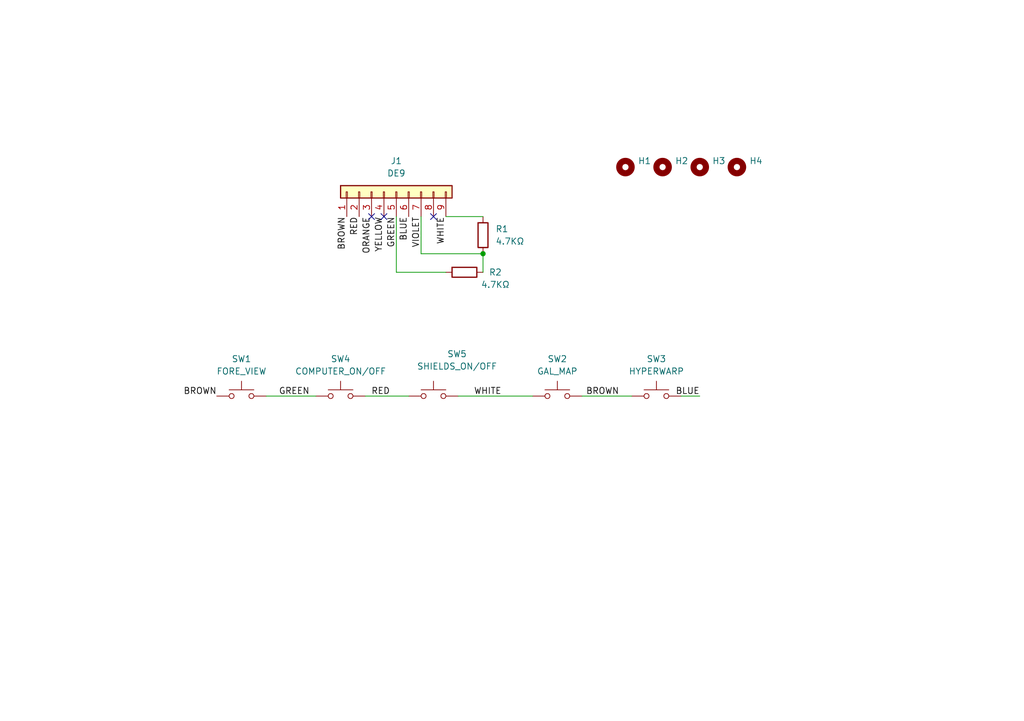
<source format=kicad_sch>
(kicad_sch (version 20250114) (generator "eeschema") (generator_version "9.0")
  (paper "A5")
  (title_block (title "Star Raiders Video Touch Pad") (date "11-Sept-2023") (rev "INITIAL") (company "Brett Hallen") (comment 1 "youtube.com/@brfff") (comment 3 "Custom keypad for Atari Star Raiders"))
  (lib_symbols
    (symbol "Connector_Generic:Conn_01x09" (pin_names (offset 1.016) (hide yes))
      (property "Reference" "J" (at 0 12.7 0))
      (property "Value" "Conn_01x09" (at 0 -12.7 0))
      (symbol "Conn_01x09_1_1"
        (rectangle (start -1.27 11.43) (end 1.27 -11.43) (stroke (width 0.254)) (fill (type background)))
        (rectangle (start -1.27 10.287) (end 0 10.033) (stroke (width 0.1524)))
        (rectangle (start -1.27 7.747) (end 0 7.493) (stroke (width 0.1524)))
        (rectangle (start -1.27 5.207) (end 0 4.953) (stroke (width 0.1524)))
        (rectangle (start -1.27 2.667) (end 0 2.413) (stroke (width 0.1524)))
        (rectangle (start -1.27 0.127) (end 0 -0.127) (stroke (width 0.1524)))
        (rectangle (start -1.27 -2.413) (end 0 -2.667) (stroke (width 0.1524)))
        (rectangle (start -1.27 -4.953) (end 0 -5.207) (stroke (width 0.1524)))
        (rectangle (start -1.27 -7.493) (end 0 -7.747) (stroke (width 0.1524)))
        (rectangle (start -1.27 -10.033) (end 0 -10.287) (stroke (width 0.1524)))
        (pin passive line (at -5.08 10.16 0) (length 3.81) (name "Pin_1") (number "1"))
        (pin passive line (at -5.08 7.62 0) (length 3.81) (name "Pin_2") (number "2"))
        (pin passive line (at -5.08 5.08 0) (length 3.81) (name "Pin_3") (number "3"))
        (pin passive line (at -5.08 2.54 0) (length 3.81) (name "Pin_4") (number "4"))
        (pin passive line (at -5.08 0 0) (length 3.81) (name "Pin_5") (number "5"))
        (pin passive line (at -5.08 -2.54 0) (length 3.81) (name "Pin_6") (number "6"))
        (pin passive line (at -5.08 -5.08 0) (length 3.81) (name "Pin_7") (number "7"))
        (pin passive line (at -5.08 -7.62 0) (length 3.81) (name "Pin_8") (number "8"))
        (pin passive line (at -5.08 -10.16 0) (length 3.81) (name "Pin_9") (number "9"))
      )
    )
    (symbol "Device:R" (pin_numbers (hide yes)) (pin_names (offset 0))
      (property "Reference" "R" (at 2.032 0 90))
      (property "Value" "R" (at 0 0 90))
      (symbol "R_0_1"
        (rectangle (start -1.016 -2.54) (end 1.016 2.54) (stroke (width 0.254)))
      )
      (symbol "R_1_1"
        (pin passive line (at 0 3.81 270) (length 1.27) (name "~") (number "1"))
        (pin passive line (at 0 -3.81 90) (length 1.27) (name "~") (number "2"))
      )
    )
    (symbol "Mechanical:MountingHole" (pin_names (offset 1.016)) (exclude_from_sim yes) (in_bom no)
      (property "Reference" "H" (at 0 5.08 0))
      (property "Value" "MountingHole" (at 0 3.175 0))
      (symbol "MountingHole_0_1"
        (circle (center 0 0) (radius 1.27) (stroke (width 1.27)))
      )
    )
    (symbol "Switch:SW_Push" (pin_numbers (hide yes)) (pin_names (offset 1.016) (hide yes))
      (property "Reference" "SW" (at 1.27 2.54 0))
      (property "Value" "SW_Push" (at 0 -1.524 0))
      (symbol "SW_Push_0_1"
        (circle (center -2.032 0) (radius 0.508))
        (polyline (pts (xy 0 1.27) (xy 0 3.048)))
        (circle (center 2.032 0) (radius 0.508))
        (polyline (pts (xy 2.54 1.27) (xy -2.54 1.27)))
        (pin passive line (at -5.08 0 0) (length 2.54) (name "1") (number "1"))
        (pin passive line (at 5.08 0 180) (length 2.54) (name "2") (number "2"))
      )
    )
  )
  (junction (at 99.06 52.07))
  (no_connect (at 76.2 44.45))
  (no_connect (at 88.9 44.45))
  (no_connect (at 78.74 44.45))
  (wire (pts (xy 91.44 55.88) (xy 81.28 55.88)))
  (wire (pts (xy 143.51 81.28) (xy 139.7 81.28)))
  (wire (pts (xy 93.98 81.28) (xy 109.22 81.28)))
  (wire (pts (xy 54.61 81.28) (xy 64.77 81.28)))
  (wire (pts (xy 74.93 81.28) (xy 83.82 81.28)))
  (wire (pts (xy 86.36 44.45) (xy 86.36 52.07)))
  (wire (pts (xy 91.44 44.45) (xy 99.06 44.45)))
  (wire (pts (xy 81.28 55.88) (xy 81.28 44.45)))
  (wire (pts (xy 99.06 52.07) (xy 99.06 55.88)))
  (wire (pts (xy 119.38 81.28) (xy 129.54 81.28)))
  (wire (pts (xy 86.36 52.07) (xy 99.06 52.07)))
  (label "BROWN" (at 127 81.28 180))
  (label "BROWN" (at 44.45 81.28 180))
  (label "WHITE" (at 102.87 81.28 180))
  (label "BROWN" (at 71.12 44.45 270))
  (label "GREEN" (at 81.28 44.45 270))
  (label "RED" (at 73.66 44.45 270))
  (label "WHITE" (at 91.44 44.45 270))
  (label "VIOLET" (at 86.36 44.45 270))
  (label "GREEN" (at 57.15 81.28 0))
  (label "YELLOW" (at 78.74 44.45 270))
  (label "RED" (at 80.01 81.28 180))
  (label "BLUE" (at 83.82 44.45 270))
  (label "BLUE" (at 143.51 81.28 180))
  (label "ORANGE" (at 76.2 44.45 270))
  (symbol (lib_id "Device:R") (at 95.25 55.88 270) (unit 1)
    (property "Reference" "R2" (at 101.6 55.88 90))
    (property "Value" "4.7KΩ" (at 101.6 58.42 90))
    (property "Footprint" "Resistor_THT:R_Axial_DIN0207_L6.3mm_D2.5mm_P7.62mm_Horizontal" (effects (hide yes)))
  )
  (symbol (lib_id "Connector_Generic:Conn_01x09") (at 81.28 39.37 90) (unit 1)
    (property "Reference" "J1" (at 81.28 33.02 90))
    (property "Value" "DE9" (at 81.28 35.56 90))
    (property "Footprint" "Connector_PinHeader_2.54mm:PinHeader_1x09_P2.54mm_Horizontal" (effects (hide yes)))
  )
  (symbol (lib_id "Switch:SW_Push") (at 69.85 81.28 0) (unit 1)
    (property "Reference" "SW4" (at 69.85 73.66 0))
    (property "Value" "COMPUTER_ON/OFF" (at 69.85 76.2 0))
    (property "Footprint" "PCM_Switch_Keyboard_Cherry_MX:SW_Cherry_MX_PCB_1.00u" (effects (hide yes)))
  )
  (symbol (lib_id "Mechanical:MountingHole") (at 143.51 34.29 0) (unit 1) (exclude_from_sim yes) (in_bom no)
    (property "Reference" "H3" (at 146.05 33.0199 0) (effects (justify left)))
    (property "Value" "MountingHole" (effects (hide yes)))
    (property "Footprint" "MountingHole:MountingHole_3.2mm_M3" (effects (hide yes)))
    (property "Description" "Mounting Hole without connection" (effects (hide yes)))
  )
  (symbol (lib_id "Switch:SW_Push") (at 49.53 81.28 0) (unit 1)
    (property "Reference" "SW1" (at 49.53 73.66 0))
    (property "Value" "FORE_VIEW" (at 49.53 76.2 0))
    (property "Footprint" "PCM_Switch_Keyboard_Cherry_MX:SW_Cherry_MX_PCB_1.00u" (effects (hide yes)))
  )
  (symbol (lib_id "Switch:SW_Push") (at 88.9 81.28 0) (unit 1)
    (property "Reference" "SW5" (at 93.726 72.644 0))
    (property "Value" "SHIELDS_ON/OFF" (at 93.726 75.184 0))
    (property "Footprint" "PCM_Switch_Keyboard_Cherry_MX:SW_Cherry_MX_PCB_1.00u" (effects (hide yes)))
  )
  (symbol (lib_id "Device:R") (at 99.06 48.26 0) (unit 1)
    (property "Reference" "R1" (at 101.6 46.99 0) (effects (justify left)))
    (property "Value" "4.7KΩ" (at 101.6 49.53 0) (effects (justify left)))
    (property "Footprint" "Resistor_THT:R_Axial_DIN0207_L6.3mm_D2.5mm_P7.62mm_Horizontal" (effects (hide yes)))
  )
  (symbol (lib_id "Switch:SW_Push") (at 134.62 81.28 0) (unit 1)
    (property "Reference" "SW3" (at 134.62 73.66 0))
    (property "Value" "HYPERWARP" (at 134.62 76.2 0))
    (property "Footprint" "PCM_Switch_Keyboard_Cherry_MX:SW_Cherry_MX_PCB_1.00u" (effects (hide yes)))
  )
  (symbol (lib_id "Switch:SW_Push") (at 114.3 81.28 0) (unit 1)
    (property "Reference" "SW2" (at 114.3 73.66 0))
    (property "Value" "GAL_MAP" (at 114.3 76.2 0))
    (property "Footprint" "PCM_Switch_Keyboard_Cherry_MX:SW_Cherry_MX_PCB_1.00u" (effects (hide yes)))
  )
  (symbol (lib_id "Mechanical:MountingHole") (at 151.13 34.29 0) (unit 1) (exclude_from_sim yes) (in_bom no)
    (property "Reference" "H4" (at 153.67 33.0199 0) (effects (justify left)))
    (property "Value" "MountingHole" (effects (hide yes)))
    (property "Footprint" "MountingHole:MountingHole_3.2mm_M3" (effects (hide yes)))
    (property "Description" "Mounting Hole without connection" (effects (hide yes)))
  )
  (symbol (lib_id "Mechanical:MountingHole") (at 135.89 34.29 0) (unit 1) (exclude_from_sim yes) (in_bom no)
    (property "Reference" "H2" (at 138.43 33.0199 0) (effects (justify left)))
    (property "Value" "MountingHole" (effects (hide yes)))
    (property "Footprint" "MountingHole:MountingHole_3.2mm_M3" (effects (hide yes)))
    (property "Description" "Mounting Hole without connection" (effects (hide yes)))
  )
  (symbol (lib_id "Mechanical:MountingHole") (at 128.27 34.29 0) (unit 1) (exclude_from_sim yes) (in_bom no)
    (property "Reference" "H1" (at 130.81 33.0199 0) (effects (justify left)))
    (property "Value" "MountingHole" (effects (hide yes)))
    (property "Footprint" "MountingHole:MountingHole_3.2mm_M3" (effects (hide yes)))
    (property "Description" "Mounting Hole without connection" (effects (hide yes)))
  )
)
</source>
